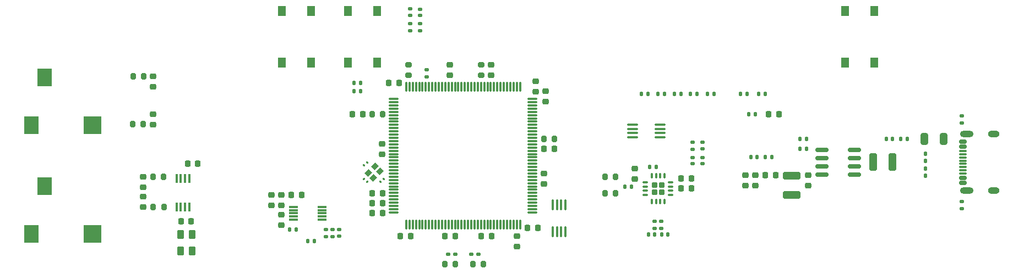
<source format=gbr>
%TF.GenerationSoftware,KiCad,Pcbnew,7.0.8*%
%TF.CreationDate,2024-02-04T20:23:02+01:00*%
%TF.ProjectId,schneidbrett,7363686e-6569-4646-9272-6574742e6b69,rev?*%
%TF.SameCoordinates,Original*%
%TF.FileFunction,Paste,Top*%
%TF.FilePolarity,Positive*%
%FSLAX46Y46*%
G04 Gerber Fmt 4.6, Leading zero omitted, Abs format (unit mm)*
G04 Created by KiCad (PCBNEW 7.0.8) date 2024-02-04 20:23:02*
%MOMM*%
%LPD*%
G01*
G04 APERTURE LIST*
G04 Aperture macros list*
%AMRoundRect*
0 Rectangle with rounded corners*
0 $1 Rounding radius*
0 $2 $3 $4 $5 $6 $7 $8 $9 X,Y pos of 4 corners*
0 Add a 4 corners polygon primitive as box body*
4,1,4,$2,$3,$4,$5,$6,$7,$8,$9,$2,$3,0*
0 Add four circle primitives for the rounded corners*
1,1,$1+$1,$2,$3*
1,1,$1+$1,$4,$5*
1,1,$1+$1,$6,$7*
1,1,$1+$1,$8,$9*
0 Add four rect primitives between the rounded corners*
20,1,$1+$1,$2,$3,$4,$5,0*
20,1,$1+$1,$4,$5,$6,$7,0*
20,1,$1+$1,$6,$7,$8,$9,0*
20,1,$1+$1,$8,$9,$2,$3,0*%
%AMRotRect*
0 Rectangle, with rotation*
0 The origin of the aperture is its center*
0 $1 length*
0 $2 width*
0 $3 Rotation angle, in degrees counterclockwise*
0 Add horizontal line*
21,1,$1,$2,0,0,$3*%
G04 Aperture macros list end*
%ADD10RoundRect,0.225000X0.225000X0.250000X-0.225000X0.250000X-0.225000X-0.250000X0.225000X-0.250000X0*%
%ADD11RoundRect,0.225000X0.250000X-0.225000X0.250000X0.225000X-0.250000X0.225000X-0.250000X-0.225000X0*%
%ADD12RoundRect,0.135000X0.185000X-0.135000X0.185000X0.135000X-0.185000X0.135000X-0.185000X-0.135000X0*%
%ADD13RoundRect,0.135000X-0.135000X-0.185000X0.135000X-0.185000X0.135000X0.185000X-0.135000X0.185000X0*%
%ADD14RoundRect,0.225000X-0.250000X0.225000X-0.250000X-0.225000X0.250000X-0.225000X0.250000X0.225000X0*%
%ADD15RoundRect,0.140000X0.140000X0.170000X-0.140000X0.170000X-0.140000X-0.170000X0.140000X-0.170000X0*%
%ADD16RoundRect,0.200000X0.200000X0.275000X-0.200000X0.275000X-0.200000X-0.275000X0.200000X-0.275000X0*%
%ADD17RoundRect,0.212500X-0.212500X-0.212500X0.212500X-0.212500X0.212500X0.212500X-0.212500X0.212500X0*%
%ADD18RoundRect,0.075000X-0.350000X-0.075000X0.350000X-0.075000X0.350000X0.075000X-0.350000X0.075000X0*%
%ADD19RoundRect,0.075000X-0.075000X-0.350000X0.075000X-0.350000X0.075000X0.350000X-0.075000X0.350000X0*%
%ADD20RoundRect,0.135000X-0.185000X0.135000X-0.185000X-0.135000X0.185000X-0.135000X0.185000X0.135000X0*%
%ADD21RoundRect,0.079500X-0.014849X0.127279X-0.127279X0.014849X0.014849X-0.127279X0.127279X-0.014849X0*%
%ADD22RoundRect,0.147500X0.172500X-0.147500X0.172500X0.147500X-0.172500X0.147500X-0.172500X-0.147500X0*%
%ADD23RoundRect,0.147500X-0.172500X0.147500X-0.172500X-0.147500X0.172500X-0.147500X0.172500X0.147500X0*%
%ADD24RoundRect,0.200000X-0.200000X-0.275000X0.200000X-0.275000X0.200000X0.275000X-0.200000X0.275000X0*%
%ADD25RoundRect,0.100000X-0.100000X0.712500X-0.100000X-0.712500X0.100000X-0.712500X0.100000X0.712500X0*%
%ADD26RoundRect,0.225000X-0.225000X-0.250000X0.225000X-0.250000X0.225000X0.250000X-0.225000X0.250000X0*%
%ADD27R,1.300000X1.550000*%
%ADD28RoundRect,0.147500X-0.147500X-0.172500X0.147500X-0.172500X0.147500X0.172500X-0.147500X0.172500X0*%
%ADD29RoundRect,0.150000X0.825000X0.150000X-0.825000X0.150000X-0.825000X-0.150000X0.825000X-0.150000X0*%
%ADD30RoundRect,0.250000X0.325000X0.650000X-0.325000X0.650000X-0.325000X-0.650000X0.325000X-0.650000X0*%
%ADD31RoundRect,0.135000X0.135000X0.185000X-0.135000X0.185000X-0.135000X-0.185000X0.135000X-0.185000X0*%
%ADD32RoundRect,0.100000X0.712500X0.100000X-0.712500X0.100000X-0.712500X-0.100000X0.712500X-0.100000X0*%
%ADD33RoundRect,0.140000X-0.140000X-0.170000X0.140000X-0.170000X0.140000X0.170000X-0.140000X0.170000X0*%
%ADD34RoundRect,0.250000X-1.100000X0.325000X-1.100000X-0.325000X1.100000X-0.325000X1.100000X0.325000X0*%
%ADD35R,1.400000X0.300000*%
%ADD36RoundRect,0.150000X0.425000X-0.150000X0.425000X0.150000X-0.425000X0.150000X-0.425000X-0.150000X0*%
%ADD37RoundRect,0.075000X0.500000X-0.075000X0.500000X0.075000X-0.500000X0.075000X-0.500000X-0.075000X0*%
%ADD38O,2.100000X1.000000*%
%ADD39O,1.800000X1.000000*%
%ADD40RoundRect,0.127500X-0.177500X-0.127500X0.177500X-0.127500X0.177500X0.127500X-0.177500X0.127500X0*%
%ADD41R,2.200000X2.800000*%
%ADD42R,2.800000X2.800000*%
%ADD43RoundRect,0.250000X0.325000X1.100000X-0.325000X1.100000X-0.325000X-1.100000X0.325000X-1.100000X0*%
%ADD44RoundRect,0.079500X0.127279X0.014849X0.014849X0.127279X-0.127279X-0.014849X-0.014849X-0.127279X0*%
%ADD45RoundRect,0.127500X-0.127500X0.177500X-0.127500X-0.177500X0.127500X-0.177500X0.127500X0.177500X0*%
%ADD46RoundRect,0.200000X-0.275000X0.200000X-0.275000X-0.200000X0.275000X-0.200000X0.275000X0.200000X0*%
%ADD47RoundRect,0.250000X-0.262500X-0.450000X0.262500X-0.450000X0.262500X0.450000X-0.262500X0.450000X0*%
%ADD48RotRect,0.900000X0.800000X225.000000*%
%ADD49RoundRect,0.127500X0.177500X0.127500X-0.177500X0.127500X-0.177500X-0.127500X0.177500X-0.127500X0*%
%ADD50RoundRect,0.127500X0.127500X-0.177500X0.127500X0.177500X-0.127500X0.177500X-0.127500X-0.177500X0*%
%ADD51R,0.450000X1.450000*%
%ADD52RoundRect,0.079500X0.014849X-0.127279X0.127279X-0.014849X-0.014849X0.127279X-0.127279X0.014849X0*%
%ADD53RoundRect,0.075000X-0.662500X-0.075000X0.662500X-0.075000X0.662500X0.075000X-0.662500X0.075000X0*%
%ADD54RoundRect,0.075000X-0.075000X-0.662500X0.075000X-0.662500X0.075000X0.662500X-0.075000X0.662500X0*%
G04 APERTURE END LIST*
D10*
%TO.C,C18*%
X134887000Y-102870000D03*
X133337000Y-102870000D03*
%TD*%
D11*
%TO.C,C22*%
X117856000Y-101626000D03*
X117856000Y-100076000D03*
%TD*%
D12*
%TO.C,R33*%
X184150000Y-92943000D03*
X184150000Y-91923000D03*
%TD*%
D13*
%TO.C,R11*%
X193798000Y-94234000D03*
X194818000Y-94234000D03*
%TD*%
D14*
%TO.C,C4*%
X190754000Y-97015000D03*
X190754000Y-98565000D03*
%TD*%
D13*
%TO.C,R10*%
X199134000Y-91440000D03*
X200154000Y-91440000D03*
%TD*%
D11*
%TO.C,C7*%
X134874000Y-93739000D03*
X134874000Y-92189000D03*
%TD*%
D15*
%TO.C,C30*%
X176756000Y-106172000D03*
X175796000Y-106172000D03*
%TD*%
D16*
%TO.C,R31*%
X161353000Y-91440000D03*
X159703000Y-91440000D03*
%TD*%
D17*
%TO.C,U5*%
X176767000Y-98535000D03*
X176767000Y-99585000D03*
X177817000Y-98535000D03*
X177817000Y-99585000D03*
D18*
X175342000Y-98085000D03*
X175342000Y-98735000D03*
X175342000Y-99385000D03*
X175342000Y-100035000D03*
D19*
X176317000Y-101010000D03*
X176967000Y-101010000D03*
X177617000Y-101010000D03*
X178267000Y-101010000D03*
D18*
X179242000Y-100035000D03*
X179242000Y-99385000D03*
X179242000Y-98735000D03*
X179242000Y-98085000D03*
D19*
X178267000Y-97110000D03*
X177617000Y-97110000D03*
X176967000Y-97110000D03*
X176317000Y-97110000D03*
%TD*%
D20*
%TO.C,R54*%
X140716000Y-73658000D03*
X140716000Y-74678000D03*
%TD*%
%TO.C,R55*%
X139192000Y-73658000D03*
X139192000Y-74678000D03*
%TD*%
%TO.C,R38*%
X176784000Y-104138000D03*
X176784000Y-105158000D03*
%TD*%
D13*
%TO.C,R4*%
X192784000Y-84455000D03*
X193804000Y-84455000D03*
%TD*%
D21*
%TO.C,C38*%
X132577952Y-95006048D03*
X132090048Y-95493952D03*
%TD*%
D10*
%TO.C,C15*%
X151651000Y-106426000D03*
X150101000Y-106426000D03*
%TD*%
D12*
%TO.C,R32*%
X182626000Y-92966000D03*
X182626000Y-91946000D03*
%TD*%
D11*
%TO.C,C34*%
X98124000Y-101867000D03*
X98124000Y-100317000D03*
%TD*%
D22*
%TO.C,D3*%
X182626000Y-95227000D03*
X182626000Y-94257000D03*
%TD*%
D12*
%TO.C,R34*%
X224028000Y-88902000D03*
X224028000Y-87882000D03*
%TD*%
D23*
%TO.C,D5*%
X140716000Y-71397000D03*
X140716000Y-72367000D03*
%TD*%
D11*
%TO.C,C25*%
X160020000Y-85611000D03*
X160020000Y-84061000D03*
%TD*%
D24*
%TO.C,R12*%
X133287000Y-87630000D03*
X134937000Y-87630000D03*
%TD*%
D25*
%TO.C,D11*%
X163027000Y-101519500D03*
X162377000Y-101519500D03*
X161727000Y-101519500D03*
X161077000Y-101519500D03*
X161077000Y-105744500D03*
X161727000Y-105744500D03*
X162377000Y-105744500D03*
X163027000Y-105744500D03*
%TD*%
D23*
%TO.C,D4*%
X139192000Y-71374000D03*
X139192000Y-72344000D03*
%TD*%
D11*
%TO.C,C10*%
X145288000Y-81547000D03*
X145288000Y-79997000D03*
%TD*%
D26*
%TO.C,C6*%
X103953000Y-104140000D03*
X105503000Y-104140000D03*
%TD*%
%TO.C,C28*%
X180835000Y-97536000D03*
X182385000Y-97536000D03*
%TD*%
D27*
%TO.C,SW_OPTION_1*%
X119416000Y-79672000D03*
X119416000Y-71712000D03*
X123916000Y-79672000D03*
X123916000Y-71712000D03*
%TD*%
D28*
%TO.C,D1*%
X191539000Y-94234000D03*
X192509000Y-94234000D03*
%TD*%
D20*
%TO.C,R39*%
X177800000Y-104138000D03*
X177800000Y-105158000D03*
%TD*%
D10*
%TO.C,C40*%
X134887000Y-101346000D03*
X133337000Y-101346000D03*
%TD*%
D11*
%TO.C,C21*%
X119380000Y-104661000D03*
X119380000Y-103111000D03*
%TD*%
D29*
%TO.C,U1*%
X207453000Y-96901000D03*
X207453000Y-95631000D03*
X207453000Y-94361000D03*
X207453000Y-93091000D03*
X202503000Y-93091000D03*
X202503000Y-94361000D03*
X202503000Y-95631000D03*
X202503000Y-96901000D03*
%TD*%
D13*
%TO.C,R53*%
X130554000Y-82804000D03*
X131574000Y-82804000D03*
%TD*%
%TO.C,R52*%
X130554000Y-84074000D03*
X131574000Y-84074000D03*
%TD*%
D16*
%TO.C,R40*%
X98124000Y-89154000D03*
X96474000Y-89154000D03*
%TD*%
D10*
%TO.C,C36*%
X106519000Y-95250000D03*
X104969000Y-95250000D03*
%TD*%
D30*
%TO.C,FB1*%
X221185000Y-91440000D03*
X218235000Y-91440000D03*
%TD*%
D10*
%TO.C,C17*%
X139205000Y-106426000D03*
X137655000Y-106426000D03*
%TD*%
D27*
%TO.C,SW_RESET1*%
X206030000Y-79672000D03*
X206030000Y-71712000D03*
X210530000Y-79672000D03*
X210530000Y-71712000D03*
%TD*%
D13*
%TO.C,R6*%
X182243000Y-84455000D03*
X183263000Y-84455000D03*
%TD*%
D26*
%TO.C,C14*%
X157213000Y-105156000D03*
X158763000Y-105156000D03*
%TD*%
D27*
%TO.C,SW_OPTION_2*%
X129576000Y-79672000D03*
X129576000Y-71712000D03*
X134076000Y-79672000D03*
X134076000Y-71712000D03*
%TD*%
D13*
%TO.C,R37*%
X172210000Y-98806000D03*
X173230000Y-98806000D03*
%TD*%
D14*
%TO.C,C13*%
X159766000Y-96761000D03*
X159766000Y-98311000D03*
%TD*%
D10*
%TO.C,C9*%
X137427000Y-82804000D03*
X135877000Y-82804000D03*
%TD*%
D20*
%TO.C,R35*%
X224028000Y-101090000D03*
X224028000Y-102110000D03*
%TD*%
D31*
%TO.C,R51*%
X121668000Y-105410000D03*
X120648000Y-105410000D03*
%TD*%
D32*
%TO.C,D7*%
X177626500Y-91145000D03*
X177626500Y-90495000D03*
X177626500Y-89845000D03*
X177626500Y-89195000D03*
X173401500Y-89195000D03*
X173401500Y-89845000D03*
X173401500Y-90495000D03*
X173401500Y-91145000D03*
%TD*%
D14*
%TO.C,C26*%
X155575000Y-106413000D03*
X155575000Y-107963000D03*
%TD*%
D33*
%TO.C,C31*%
X177828000Y-106172000D03*
X178788000Y-106172000D03*
%TD*%
D14*
%TO.C,C5*%
X200406000Y-97015000D03*
X200406000Y-98565000D03*
%TD*%
%TO.C,C11*%
X151638000Y-79997000D03*
X151638000Y-81547000D03*
%TD*%
D16*
%TO.C,R41*%
X98187000Y-81788000D03*
X96537000Y-81788000D03*
%TD*%
D11*
%TO.C,C32*%
X99648000Y-89167000D03*
X99648000Y-87617000D03*
%TD*%
D34*
%TO.C,C2*%
X197866000Y-97077000D03*
X197866000Y-100027000D03*
%TD*%
D10*
%TO.C,C12*%
X161303000Y-92964000D03*
X159753000Y-92964000D03*
%TD*%
D35*
%TO.C,U2*%
X121244000Y-101870000D03*
X121244000Y-102370000D03*
X121244000Y-102870000D03*
X121244000Y-103370000D03*
X121244000Y-103870000D03*
X125644000Y-103870000D03*
X125644000Y-103370000D03*
X125644000Y-102870000D03*
X125644000Y-102370000D03*
X125644000Y-101870000D03*
%TD*%
D26*
%TO.C,C39*%
X194310000Y-87630000D03*
X195860000Y-87630000D03*
%TD*%
D10*
%TO.C,C8*%
X131839000Y-87630000D03*
X130289000Y-87630000D03*
%TD*%
D36*
%TO.C,J5*%
X224158000Y-98196000D03*
X224158000Y-97396000D03*
D37*
X224158000Y-96246000D03*
X224158000Y-95246000D03*
X224158000Y-94746000D03*
X224158000Y-93746000D03*
D36*
X224158000Y-92596000D03*
X224158000Y-91796000D03*
X224158000Y-91796000D03*
X224158000Y-92596000D03*
D37*
X224158000Y-93246000D03*
X224158000Y-94246000D03*
X224158000Y-95746000D03*
X224158000Y-96746000D03*
D36*
X224158000Y-97396000D03*
X224158000Y-98196000D03*
D38*
X224733000Y-99316000D03*
D39*
X228913000Y-99316000D03*
D38*
X224733000Y-90676000D03*
D39*
X228913000Y-90676000D03*
%TD*%
D13*
%TO.C,R16*%
X123442000Y-107188000D03*
X124462000Y-107188000D03*
%TD*%
%TO.C,R2*%
X214628000Y-91440000D03*
X215648000Y-91440000D03*
%TD*%
D40*
%TO.C,D8*%
X145007000Y-109220000D03*
X146097000Y-109220000D03*
%TD*%
D13*
%TO.C,R8*%
X179828000Y-84455000D03*
X180848000Y-84455000D03*
%TD*%
D24*
%TO.C,R42*%
X99648000Y-101867000D03*
X101298000Y-101867000D03*
%TD*%
D11*
%TO.C,C27*%
X173736000Y-97549000D03*
X173736000Y-95999000D03*
%TD*%
D14*
%TO.C,C3*%
X192278000Y-97028000D03*
X192278000Y-98578000D03*
%TD*%
D31*
%TO.C,R5*%
X185928000Y-84455000D03*
X184908000Y-84455000D03*
%TD*%
D13*
%TO.C,R7*%
X189990000Y-84455000D03*
X191010000Y-84455000D03*
%TD*%
D20*
%TO.C,R14*%
X126238000Y-105408000D03*
X126238000Y-106428000D03*
%TD*%
D41*
%TO.C,J3*%
X82935000Y-98680000D03*
X80935000Y-106080000D03*
D42*
X90335000Y-106080000D03*
%TD*%
D24*
%TO.C,R43*%
X99585000Y-97282000D03*
X101235000Y-97282000D03*
%TD*%
D43*
%TO.C,C1*%
X213311000Y-94996000D03*
X210361000Y-94996000D03*
%TD*%
D44*
%TO.C,C37*%
X132577952Y-98033952D03*
X132090048Y-97546048D03*
%TD*%
D20*
%TO.C,R15*%
X128270000Y-105406000D03*
X128270000Y-106426000D03*
%TD*%
D24*
%TO.C,R1*%
X144463000Y-110744000D03*
X146113000Y-110744000D03*
%TD*%
D13*
%TO.C,R36*%
X176020000Y-95758000D03*
X177040000Y-95758000D03*
%TD*%
D22*
%TO.C,D2*%
X184150000Y-95227000D03*
X184150000Y-94257000D03*
%TD*%
D11*
%TO.C,C23*%
X119380000Y-101613000D03*
X119380000Y-100063000D03*
%TD*%
D12*
%TO.C,R28*%
X141732000Y-81792000D03*
X141732000Y-80772000D03*
%TD*%
D24*
%TO.C,R50*%
X169101000Y-99822000D03*
X170751000Y-99822000D03*
%TD*%
D14*
%TO.C,C35*%
X98124000Y-97269000D03*
X98124000Y-98819000D03*
%TD*%
D28*
%TO.C,D12*%
X212390000Y-91440000D03*
X213360000Y-91440000D03*
%TD*%
D20*
%TO.C,R13*%
X127254000Y-105408000D03*
X127254000Y-106428000D03*
%TD*%
D45*
%TO.C,D6*%
X218440000Y-93689000D03*
X218440000Y-94779000D03*
%TD*%
D46*
%TO.C,R30*%
X150114000Y-79947000D03*
X150114000Y-81597000D03*
%TD*%
D13*
%TO.C,R3*%
X177288000Y-84455000D03*
X178308000Y-84455000D03*
%TD*%
D47*
%TO.C,R47*%
X103815500Y-106172000D03*
X105640500Y-106172000D03*
%TD*%
D10*
%TO.C,C20*%
X134887000Y-99822000D03*
X133337000Y-99822000D03*
%TD*%
D46*
%TO.C,R29*%
X138938000Y-79947000D03*
X138938000Y-81597000D03*
%TD*%
D26*
%TO.C,C29*%
X180835000Y-99060000D03*
X182385000Y-99060000D03*
%TD*%
%TO.C,C24*%
X120891000Y-100076000D03*
X122441000Y-100076000D03*
%TD*%
D24*
%TO.C,R49*%
X169101000Y-97282000D03*
X170751000Y-97282000D03*
%TD*%
D41*
%TO.C,J2*%
X82935000Y-81880000D03*
X80935000Y-89280000D03*
D42*
X90335000Y-89280000D03*
%TD*%
D48*
%TO.C,Y1*%
X133710066Y-95636117D03*
X132720117Y-96626066D03*
X133497934Y-97403883D03*
X134487883Y-96413934D03*
%TD*%
D11*
%TO.C,C19*%
X158496000Y-84087000D03*
X158496000Y-82537000D03*
%TD*%
D31*
%TO.C,R20*%
X175768000Y-84455000D03*
X174748000Y-84455000D03*
%TD*%
D14*
%TO.C,C33*%
X99648000Y-81775000D03*
X99648000Y-83325000D03*
%TD*%
D31*
%TO.C,R9*%
X200154000Y-92964000D03*
X199134000Y-92964000D03*
%TD*%
D49*
%TO.C,D9*%
X149653000Y-109220000D03*
X148563000Y-109220000D03*
%TD*%
D16*
%TO.C,R17*%
X150431000Y-110744000D03*
X148781000Y-110744000D03*
%TD*%
D47*
%TO.C,R48*%
X103815500Y-108712000D03*
X105640500Y-108712000D03*
%TD*%
D50*
%TO.C,D10*%
X218440000Y-97065000D03*
X218440000Y-95975000D03*
%TD*%
D51*
%TO.C,U4*%
X105195000Y-97495000D03*
X104545000Y-97495000D03*
X103895000Y-97495000D03*
X103245000Y-97495000D03*
X103245000Y-101895000D03*
X103895000Y-101895000D03*
X104545000Y-101895000D03*
X105195000Y-101895000D03*
%TD*%
D31*
%TO.C,R21*%
X192280000Y-87630000D03*
X191260000Y-87630000D03*
%TD*%
D10*
%TO.C,L1*%
X195352000Y-97028000D03*
X193802000Y-97028000D03*
%TD*%
D52*
%TO.C,R56*%
X134630048Y-98033952D03*
X135117952Y-97546048D03*
%TD*%
D53*
%TO.C,U3*%
X136652000Y-85230000D03*
X136652000Y-85730000D03*
X136652000Y-86230000D03*
X136652000Y-86730000D03*
X136652000Y-87230000D03*
X136652000Y-87730000D03*
X136652000Y-88230000D03*
X136652000Y-88730000D03*
X136652000Y-89230000D03*
X136652000Y-89730000D03*
X136652000Y-90230000D03*
X136652000Y-90730000D03*
X136652000Y-91230000D03*
X136652000Y-91730000D03*
X136652000Y-92230000D03*
X136652000Y-92730000D03*
X136652000Y-93230000D03*
X136652000Y-93730000D03*
X136652000Y-94230000D03*
X136652000Y-94730000D03*
X136652000Y-95230000D03*
X136652000Y-95730000D03*
X136652000Y-96230000D03*
X136652000Y-96730000D03*
X136652000Y-97230000D03*
X136652000Y-97730000D03*
X136652000Y-98230000D03*
X136652000Y-98730000D03*
X136652000Y-99230000D03*
X136652000Y-99730000D03*
X136652000Y-100230000D03*
X136652000Y-100730000D03*
X136652000Y-101230000D03*
X136652000Y-101730000D03*
X136652000Y-102230000D03*
X136652000Y-102730000D03*
D54*
X138564500Y-104642500D03*
X139064500Y-104642500D03*
X139564500Y-104642500D03*
X140064500Y-104642500D03*
X140564500Y-104642500D03*
X141064500Y-104642500D03*
X141564500Y-104642500D03*
X142064500Y-104642500D03*
X142564500Y-104642500D03*
X143064500Y-104642500D03*
X143564500Y-104642500D03*
X144064500Y-104642500D03*
X144564500Y-104642500D03*
X145064500Y-104642500D03*
X145564500Y-104642500D03*
X146064500Y-104642500D03*
X146564500Y-104642500D03*
X147064500Y-104642500D03*
X147564500Y-104642500D03*
X148064500Y-104642500D03*
X148564500Y-104642500D03*
X149064500Y-104642500D03*
X149564500Y-104642500D03*
X150064500Y-104642500D03*
X150564500Y-104642500D03*
X151064500Y-104642500D03*
X151564500Y-104642500D03*
X152064500Y-104642500D03*
X152564500Y-104642500D03*
X153064500Y-104642500D03*
X153564500Y-104642500D03*
X154064500Y-104642500D03*
X154564500Y-104642500D03*
X155064500Y-104642500D03*
X155564500Y-104642500D03*
X156064500Y-104642500D03*
D53*
X157977000Y-102730000D03*
X157977000Y-102230000D03*
X157977000Y-101730000D03*
X157977000Y-101230000D03*
X157977000Y-100730000D03*
X157977000Y-100230000D03*
X157977000Y-99730000D03*
X157977000Y-99230000D03*
X157977000Y-98730000D03*
X157977000Y-98230000D03*
X157977000Y-97730000D03*
X157977000Y-97230000D03*
X157977000Y-96730000D03*
X157977000Y-96230000D03*
X157977000Y-95730000D03*
X157977000Y-95230000D03*
X157977000Y-94730000D03*
X157977000Y-94230000D03*
X157977000Y-93730000D03*
X157977000Y-93230000D03*
X157977000Y-92730000D03*
X157977000Y-92230000D03*
X157977000Y-91730000D03*
X157977000Y-91230000D03*
X157977000Y-90730000D03*
X157977000Y-90230000D03*
X157977000Y-89730000D03*
X157977000Y-89230000D03*
X157977000Y-88730000D03*
X157977000Y-88230000D03*
X157977000Y-87730000D03*
X157977000Y-87230000D03*
X157977000Y-86730000D03*
X157977000Y-86230000D03*
X157977000Y-85730000D03*
X157977000Y-85230000D03*
D54*
X156064500Y-83317500D03*
X155564500Y-83317500D03*
X155064500Y-83317500D03*
X154564500Y-83317500D03*
X154064500Y-83317500D03*
X153564500Y-83317500D03*
X153064500Y-83317500D03*
X152564500Y-83317500D03*
X152064500Y-83317500D03*
X151564500Y-83317500D03*
X151064500Y-83317500D03*
X150564500Y-83317500D03*
X150064500Y-83317500D03*
X149564500Y-83317500D03*
X149064500Y-83317500D03*
X148564500Y-83317500D03*
X148064500Y-83317500D03*
X147564500Y-83317500D03*
X147064500Y-83317500D03*
X146564500Y-83317500D03*
X146064500Y-83317500D03*
X145564500Y-83317500D03*
X145064500Y-83317500D03*
X144564500Y-83317500D03*
X144064500Y-83317500D03*
X143564500Y-83317500D03*
X143064500Y-83317500D03*
X142564500Y-83317500D03*
X142064500Y-83317500D03*
X141564500Y-83317500D03*
X141064500Y-83317500D03*
X140564500Y-83317500D03*
X140064500Y-83317500D03*
X139564500Y-83317500D03*
X139064500Y-83317500D03*
X138564500Y-83317500D03*
%TD*%
D10*
%TO.C,C16*%
X146063000Y-106426000D03*
X144513000Y-106426000D03*
%TD*%
M02*

</source>
